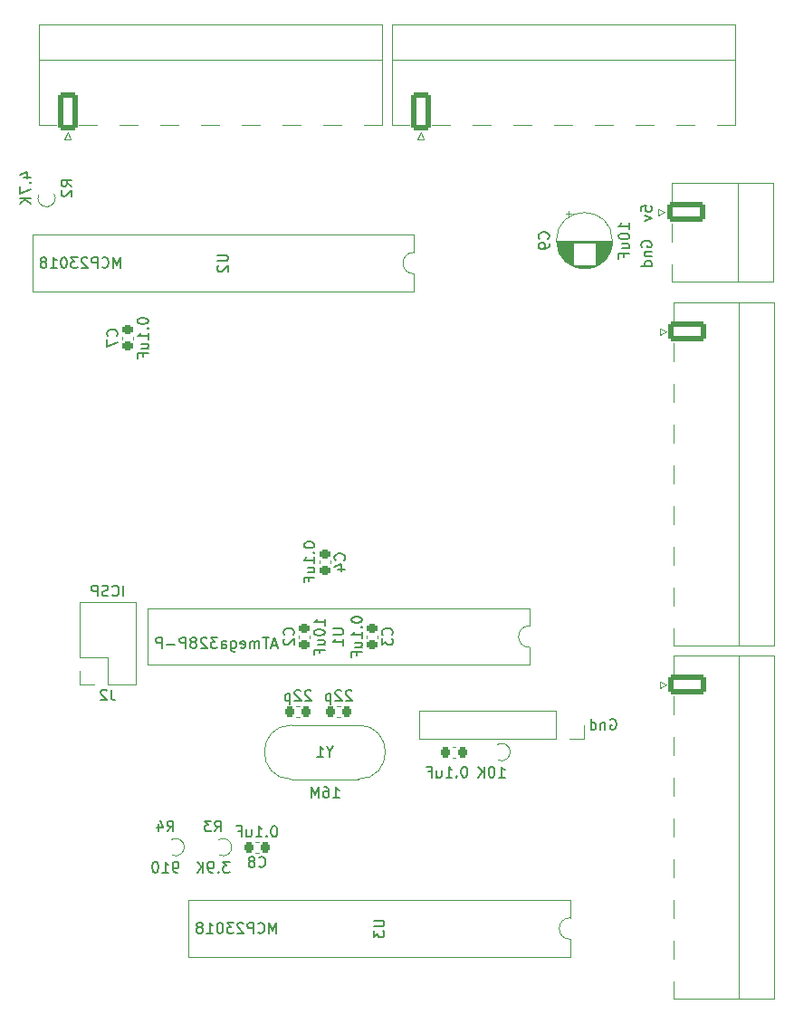
<source format=gbo>
G04 #@! TF.GenerationSoftware,KiCad,Pcbnew,(6.0.0)*
G04 #@! TF.CreationDate,2022-11-09T00:29:18-05:00*
G04 #@! TF.ProjectId,arcade tester controller input,61726361-6465-4207-9465-737465722063,rev?*
G04 #@! TF.SameCoordinates,Original*
G04 #@! TF.FileFunction,Legend,Bot*
G04 #@! TF.FilePolarity,Positive*
%FSLAX46Y46*%
G04 Gerber Fmt 4.6, Leading zero omitted, Abs format (unit mm)*
G04 Created by KiCad (PCBNEW (6.0.0)) date 2022-11-09 00:29:18*
%MOMM*%
%LPD*%
G01*
G04 APERTURE LIST*
G04 Aperture macros list*
%AMRoundRect*
0 Rectangle with rounded corners*
0 $1 Rounding radius*
0 $2 $3 $4 $5 $6 $7 $8 $9 X,Y pos of 4 corners*
0 Add a 4 corners polygon primitive as box body*
4,1,4,$2,$3,$4,$5,$6,$7,$8,$9,$2,$3,0*
0 Add four circle primitives for the rounded corners*
1,1,$1+$1,$2,$3*
1,1,$1+$1,$4,$5*
1,1,$1+$1,$6,$7*
1,1,$1+$1,$8,$9*
0 Add four rect primitives between the rounded corners*
20,1,$1+$1,$2,$3,$4,$5,0*
20,1,$1+$1,$4,$5,$6,$7,0*
20,1,$1+$1,$6,$7,$8,$9,0*
20,1,$1+$1,$8,$9,$2,$3,0*%
G04 Aperture macros list end*
%ADD10C,0.150000*%
%ADD11C,0.120000*%
%ADD12R,1.600000X1.600000*%
%ADD13C,1.600000*%
%ADD14R,1.700000X1.700000*%
%ADD15O,1.700000X1.700000*%
%ADD16RoundRect,0.250000X-0.650000X-1.550000X0.650000X-1.550000X0.650000X1.550000X-0.650000X1.550000X0*%
%ADD17O,1.800000X3.600000*%
%ADD18RoundRect,0.250000X-1.550000X0.650000X-1.550000X-0.650000X1.550000X-0.650000X1.550000X0.650000X0*%
%ADD19O,3.600000X1.800000*%
%ADD20RoundRect,0.225000X-0.225000X-0.250000X0.225000X-0.250000X0.225000X0.250000X-0.225000X0.250000X0*%
%ADD21O,1.600000X1.600000*%
%ADD22C,1.500000*%
%ADD23C,1.400000*%
%ADD24O,1.400000X1.400000*%
%ADD25RoundRect,0.225000X-0.250000X0.225000X-0.250000X-0.225000X0.250000X-0.225000X0.250000X0.225000X0*%
%ADD26RoundRect,0.225000X0.250000X-0.225000X0.250000X0.225000X-0.250000X0.225000X-0.250000X-0.225000X0*%
G04 APERTURE END LIST*
D10*
X174632857Y-119515000D02*
X174728095Y-119467380D01*
X174870952Y-119467380D01*
X175013809Y-119515000D01*
X175109047Y-119610238D01*
X175156666Y-119705476D01*
X175204285Y-119895952D01*
X175204285Y-120038809D01*
X175156666Y-120229285D01*
X175109047Y-120324523D01*
X175013809Y-120419761D01*
X174870952Y-120467380D01*
X174775714Y-120467380D01*
X174632857Y-120419761D01*
X174585238Y-120372142D01*
X174585238Y-120038809D01*
X174775714Y-120038809D01*
X174156666Y-119800714D02*
X174156666Y-120467380D01*
X174156666Y-119895952D02*
X174109047Y-119848333D01*
X174013809Y-119800714D01*
X173870952Y-119800714D01*
X173775714Y-119848333D01*
X173728095Y-119943571D01*
X173728095Y-120467380D01*
X172823333Y-120467380D02*
X172823333Y-119467380D01*
X172823333Y-120419761D02*
X172918571Y-120467380D01*
X173109047Y-120467380D01*
X173204285Y-120419761D01*
X173251904Y-120372142D01*
X173299523Y-120276904D01*
X173299523Y-119991190D01*
X173251904Y-119895952D01*
X173204285Y-119848333D01*
X173109047Y-119800714D01*
X172918571Y-119800714D01*
X172823333Y-119848333D01*
X177506380Y-71993142D02*
X177506380Y-71516952D01*
X177982571Y-71469333D01*
X177934952Y-71516952D01*
X177887333Y-71612190D01*
X177887333Y-71850285D01*
X177934952Y-71945523D01*
X177982571Y-71993142D01*
X178077809Y-72040761D01*
X178315904Y-72040761D01*
X178411142Y-71993142D01*
X178458761Y-71945523D01*
X178506380Y-71850285D01*
X178506380Y-71612190D01*
X178458761Y-71516952D01*
X178411142Y-71469333D01*
X177839714Y-72374095D02*
X178506380Y-72612190D01*
X177839714Y-72850285D01*
X177554000Y-75303142D02*
X177506380Y-75207904D01*
X177506380Y-75065047D01*
X177554000Y-74922190D01*
X177649238Y-74826952D01*
X177744476Y-74779333D01*
X177934952Y-74731714D01*
X178077809Y-74731714D01*
X178268285Y-74779333D01*
X178363523Y-74826952D01*
X178458761Y-74922190D01*
X178506380Y-75065047D01*
X178506380Y-75160285D01*
X178458761Y-75303142D01*
X178411142Y-75350761D01*
X178077809Y-75350761D01*
X178077809Y-75160285D01*
X177839714Y-75779333D02*
X178506380Y-75779333D01*
X177934952Y-75779333D02*
X177887333Y-75826952D01*
X177839714Y-75922190D01*
X177839714Y-76065047D01*
X177887333Y-76160285D01*
X177982571Y-76207904D01*
X178506380Y-76207904D01*
X178506380Y-77112666D02*
X177506380Y-77112666D01*
X178458761Y-77112666D02*
X178506380Y-77017428D01*
X178506380Y-76826952D01*
X178458761Y-76731714D01*
X178411142Y-76684095D01*
X178315904Y-76636476D01*
X178030190Y-76636476D01*
X177934952Y-76684095D01*
X177887333Y-76731714D01*
X177839714Y-76826952D01*
X177839714Y-77017428D01*
X177887333Y-77112666D01*
X168819142Y-74554221D02*
X168866761Y-74506602D01*
X168914380Y-74363745D01*
X168914380Y-74268507D01*
X168866761Y-74125649D01*
X168771523Y-74030411D01*
X168676285Y-73982792D01*
X168485809Y-73935173D01*
X168342952Y-73935173D01*
X168152476Y-73982792D01*
X168057238Y-74030411D01*
X167962000Y-74125649D01*
X167914380Y-74268507D01*
X167914380Y-74363745D01*
X167962000Y-74506602D01*
X168009619Y-74554221D01*
X168914380Y-75030411D02*
X168914380Y-75220888D01*
X168866761Y-75316126D01*
X168819142Y-75363745D01*
X168676285Y-75458983D01*
X168485809Y-75506602D01*
X168104857Y-75506602D01*
X168009619Y-75458983D01*
X167962000Y-75411364D01*
X167914380Y-75316126D01*
X167914380Y-75125649D01*
X167962000Y-75030411D01*
X168009619Y-74982792D01*
X168104857Y-74935173D01*
X168342952Y-74935173D01*
X168438190Y-74982792D01*
X168485809Y-75030411D01*
X168533428Y-75125649D01*
X168533428Y-75316126D01*
X168485809Y-75411364D01*
X168438190Y-75458983D01*
X168342952Y-75506602D01*
X176414380Y-73649459D02*
X176414380Y-73078030D01*
X176414380Y-73363745D02*
X175414380Y-73363745D01*
X175557238Y-73268507D01*
X175652476Y-73173268D01*
X175700095Y-73078030D01*
X175414380Y-74268507D02*
X175414380Y-74363745D01*
X175462000Y-74458983D01*
X175509619Y-74506602D01*
X175604857Y-74554221D01*
X175795333Y-74601840D01*
X176033428Y-74601840D01*
X176223904Y-74554221D01*
X176319142Y-74506602D01*
X176366761Y-74458983D01*
X176414380Y-74363745D01*
X176414380Y-74268507D01*
X176366761Y-74173268D01*
X176319142Y-74125649D01*
X176223904Y-74078030D01*
X176033428Y-74030411D01*
X175795333Y-74030411D01*
X175604857Y-74078030D01*
X175509619Y-74125649D01*
X175462000Y-74173268D01*
X175414380Y-74268507D01*
X175747714Y-75458983D02*
X176414380Y-75458983D01*
X175747714Y-75030411D02*
X176271523Y-75030411D01*
X176366761Y-75078030D01*
X176414380Y-75173268D01*
X176414380Y-75316126D01*
X176366761Y-75411364D01*
X176319142Y-75458983D01*
X175890571Y-76268507D02*
X175890571Y-75935173D01*
X176414380Y-75935173D02*
X175414380Y-75935173D01*
X175414380Y-76411364D01*
X146629285Y-116862619D02*
X146581666Y-116815000D01*
X146486428Y-116767380D01*
X146248333Y-116767380D01*
X146153095Y-116815000D01*
X146105476Y-116862619D01*
X146057857Y-116957857D01*
X146057857Y-117053095D01*
X146105476Y-117195952D01*
X146676904Y-117767380D01*
X146057857Y-117767380D01*
X145676904Y-116862619D02*
X145629285Y-116815000D01*
X145534047Y-116767380D01*
X145295952Y-116767380D01*
X145200714Y-116815000D01*
X145153095Y-116862619D01*
X145105476Y-116957857D01*
X145105476Y-117053095D01*
X145153095Y-117195952D01*
X145724523Y-117767380D01*
X145105476Y-117767380D01*
X144676904Y-117100714D02*
X144676904Y-118100714D01*
X144676904Y-117148333D02*
X144581666Y-117100714D01*
X144391190Y-117100714D01*
X144295952Y-117148333D01*
X144248333Y-117195952D01*
X144200714Y-117291190D01*
X144200714Y-117576904D01*
X144248333Y-117672142D01*
X144295952Y-117719761D01*
X144391190Y-117767380D01*
X144581666Y-117767380D01*
X144676904Y-117719761D01*
X152487380Y-138293095D02*
X153296904Y-138293095D01*
X153392142Y-138340714D01*
X153439761Y-138388333D01*
X153487380Y-138483571D01*
X153487380Y-138674047D01*
X153439761Y-138769285D01*
X153392142Y-138816904D01*
X153296904Y-138864523D01*
X152487380Y-138864523D01*
X152487380Y-139245476D02*
X152487380Y-139864523D01*
X152868333Y-139531190D01*
X152868333Y-139674047D01*
X152915952Y-139769285D01*
X152963571Y-139816904D01*
X153058809Y-139864523D01*
X153296904Y-139864523D01*
X153392142Y-139816904D01*
X153439761Y-139769285D01*
X153487380Y-139674047D01*
X153487380Y-139388333D01*
X153439761Y-139293095D01*
X153392142Y-139245476D01*
X143414285Y-139507380D02*
X143414285Y-138507380D01*
X143080952Y-139221666D01*
X142747619Y-138507380D01*
X142747619Y-139507380D01*
X141700000Y-139412142D02*
X141747619Y-139459761D01*
X141890476Y-139507380D01*
X141985714Y-139507380D01*
X142128571Y-139459761D01*
X142223809Y-139364523D01*
X142271428Y-139269285D01*
X142319047Y-139078809D01*
X142319047Y-138935952D01*
X142271428Y-138745476D01*
X142223809Y-138650238D01*
X142128571Y-138555000D01*
X141985714Y-138507380D01*
X141890476Y-138507380D01*
X141747619Y-138555000D01*
X141700000Y-138602619D01*
X141271428Y-139507380D02*
X141271428Y-138507380D01*
X140890476Y-138507380D01*
X140795238Y-138555000D01*
X140747619Y-138602619D01*
X140700000Y-138697857D01*
X140700000Y-138840714D01*
X140747619Y-138935952D01*
X140795238Y-138983571D01*
X140890476Y-139031190D01*
X141271428Y-139031190D01*
X140319047Y-138602619D02*
X140271428Y-138555000D01*
X140176190Y-138507380D01*
X139938095Y-138507380D01*
X139842857Y-138555000D01*
X139795238Y-138602619D01*
X139747619Y-138697857D01*
X139747619Y-138793095D01*
X139795238Y-138935952D01*
X140366666Y-139507380D01*
X139747619Y-139507380D01*
X139414285Y-138507380D02*
X138795238Y-138507380D01*
X139128571Y-138888333D01*
X138985714Y-138888333D01*
X138890476Y-138935952D01*
X138842857Y-138983571D01*
X138795238Y-139078809D01*
X138795238Y-139316904D01*
X138842857Y-139412142D01*
X138890476Y-139459761D01*
X138985714Y-139507380D01*
X139271428Y-139507380D01*
X139366666Y-139459761D01*
X139414285Y-139412142D01*
X138176190Y-138507380D02*
X138080952Y-138507380D01*
X137985714Y-138555000D01*
X137938095Y-138602619D01*
X137890476Y-138697857D01*
X137842857Y-138888333D01*
X137842857Y-139126428D01*
X137890476Y-139316904D01*
X137938095Y-139412142D01*
X137985714Y-139459761D01*
X138080952Y-139507380D01*
X138176190Y-139507380D01*
X138271428Y-139459761D01*
X138319047Y-139412142D01*
X138366666Y-139316904D01*
X138414285Y-139126428D01*
X138414285Y-138888333D01*
X138366666Y-138697857D01*
X138319047Y-138602619D01*
X138271428Y-138555000D01*
X138176190Y-138507380D01*
X136890476Y-139507380D02*
X137461904Y-139507380D01*
X137176190Y-139507380D02*
X137176190Y-138507380D01*
X137271428Y-138650238D01*
X137366666Y-138745476D01*
X137461904Y-138793095D01*
X136319047Y-138935952D02*
X136414285Y-138888333D01*
X136461904Y-138840714D01*
X136509523Y-138745476D01*
X136509523Y-138697857D01*
X136461904Y-138602619D01*
X136414285Y-138555000D01*
X136319047Y-138507380D01*
X136128571Y-138507380D01*
X136033333Y-138555000D01*
X135985714Y-138602619D01*
X135938095Y-138697857D01*
X135938095Y-138745476D01*
X135985714Y-138840714D01*
X136033333Y-138888333D01*
X136128571Y-138935952D01*
X136319047Y-138935952D01*
X136414285Y-138983571D01*
X136461904Y-139031190D01*
X136509523Y-139126428D01*
X136509523Y-139316904D01*
X136461904Y-139412142D01*
X136414285Y-139459761D01*
X136319047Y-139507380D01*
X136128571Y-139507380D01*
X136033333Y-139459761D01*
X135985714Y-139412142D01*
X135938095Y-139316904D01*
X135938095Y-139126428D01*
X135985714Y-139031190D01*
X136033333Y-138983571D01*
X136128571Y-138935952D01*
X148677380Y-110988095D02*
X149486904Y-110988095D01*
X149582142Y-111035714D01*
X149629761Y-111083333D01*
X149677380Y-111178571D01*
X149677380Y-111369047D01*
X149629761Y-111464285D01*
X149582142Y-111511904D01*
X149486904Y-111559523D01*
X148677380Y-111559523D01*
X149677380Y-112559523D02*
X149677380Y-111988095D01*
X149677380Y-112273809D02*
X148677380Y-112273809D01*
X148820238Y-112178571D01*
X148915476Y-112083333D01*
X148963095Y-111988095D01*
X143461666Y-112561666D02*
X142985476Y-112561666D01*
X143556904Y-112847380D02*
X143223571Y-111847380D01*
X142890238Y-112847380D01*
X142699761Y-111847380D02*
X142128333Y-111847380D01*
X142414047Y-112847380D02*
X142414047Y-111847380D01*
X141795000Y-112847380D02*
X141795000Y-112180714D01*
X141795000Y-112275952D02*
X141747380Y-112228333D01*
X141652142Y-112180714D01*
X141509285Y-112180714D01*
X141414047Y-112228333D01*
X141366428Y-112323571D01*
X141366428Y-112847380D01*
X141366428Y-112323571D02*
X141318809Y-112228333D01*
X141223571Y-112180714D01*
X141080714Y-112180714D01*
X140985476Y-112228333D01*
X140937857Y-112323571D01*
X140937857Y-112847380D01*
X140080714Y-112799761D02*
X140175952Y-112847380D01*
X140366428Y-112847380D01*
X140461666Y-112799761D01*
X140509285Y-112704523D01*
X140509285Y-112323571D01*
X140461666Y-112228333D01*
X140366428Y-112180714D01*
X140175952Y-112180714D01*
X140080714Y-112228333D01*
X140033095Y-112323571D01*
X140033095Y-112418809D01*
X140509285Y-112514047D01*
X139175952Y-112180714D02*
X139175952Y-112990238D01*
X139223571Y-113085476D01*
X139271190Y-113133095D01*
X139366428Y-113180714D01*
X139509285Y-113180714D01*
X139604523Y-113133095D01*
X139175952Y-112799761D02*
X139271190Y-112847380D01*
X139461666Y-112847380D01*
X139556904Y-112799761D01*
X139604523Y-112752142D01*
X139652142Y-112656904D01*
X139652142Y-112371190D01*
X139604523Y-112275952D01*
X139556904Y-112228333D01*
X139461666Y-112180714D01*
X139271190Y-112180714D01*
X139175952Y-112228333D01*
X138271190Y-112847380D02*
X138271190Y-112323571D01*
X138318809Y-112228333D01*
X138414047Y-112180714D01*
X138604523Y-112180714D01*
X138699761Y-112228333D01*
X138271190Y-112799761D02*
X138366428Y-112847380D01*
X138604523Y-112847380D01*
X138699761Y-112799761D01*
X138747380Y-112704523D01*
X138747380Y-112609285D01*
X138699761Y-112514047D01*
X138604523Y-112466428D01*
X138366428Y-112466428D01*
X138271190Y-112418809D01*
X137890238Y-111847380D02*
X137271190Y-111847380D01*
X137604523Y-112228333D01*
X137461666Y-112228333D01*
X137366428Y-112275952D01*
X137318809Y-112323571D01*
X137271190Y-112418809D01*
X137271190Y-112656904D01*
X137318809Y-112752142D01*
X137366428Y-112799761D01*
X137461666Y-112847380D01*
X137747380Y-112847380D01*
X137842619Y-112799761D01*
X137890238Y-112752142D01*
X136890238Y-111942619D02*
X136842619Y-111895000D01*
X136747380Y-111847380D01*
X136509285Y-111847380D01*
X136414047Y-111895000D01*
X136366428Y-111942619D01*
X136318809Y-112037857D01*
X136318809Y-112133095D01*
X136366428Y-112275952D01*
X136937857Y-112847380D01*
X136318809Y-112847380D01*
X135747380Y-112275952D02*
X135842619Y-112228333D01*
X135890238Y-112180714D01*
X135937857Y-112085476D01*
X135937857Y-112037857D01*
X135890238Y-111942619D01*
X135842619Y-111895000D01*
X135747380Y-111847380D01*
X135556904Y-111847380D01*
X135461666Y-111895000D01*
X135414047Y-111942619D01*
X135366428Y-112037857D01*
X135366428Y-112085476D01*
X135414047Y-112180714D01*
X135461666Y-112228333D01*
X135556904Y-112275952D01*
X135747380Y-112275952D01*
X135842619Y-112323571D01*
X135890238Y-112371190D01*
X135937857Y-112466428D01*
X135937857Y-112656904D01*
X135890238Y-112752142D01*
X135842619Y-112799761D01*
X135747380Y-112847380D01*
X135556904Y-112847380D01*
X135461666Y-112799761D01*
X135414047Y-112752142D01*
X135366428Y-112656904D01*
X135366428Y-112466428D01*
X135414047Y-112371190D01*
X135461666Y-112323571D01*
X135556904Y-112275952D01*
X134937857Y-112847380D02*
X134937857Y-111847380D01*
X134556904Y-111847380D01*
X134461666Y-111895000D01*
X134414047Y-111942619D01*
X134366428Y-112037857D01*
X134366428Y-112180714D01*
X134414047Y-112275952D01*
X134461666Y-112323571D01*
X134556904Y-112371190D01*
X134937857Y-112371190D01*
X133937857Y-112466428D02*
X133175952Y-112466428D01*
X132699761Y-112847380D02*
X132699761Y-111847380D01*
X132318809Y-111847380D01*
X132223571Y-111895000D01*
X132175952Y-111942619D01*
X132128333Y-112037857D01*
X132128333Y-112180714D01*
X132175952Y-112275952D01*
X132223571Y-112323571D01*
X132318809Y-112371190D01*
X132699761Y-112371190D01*
X148421190Y-122531190D02*
X148421190Y-123007380D01*
X148754523Y-122007380D02*
X148421190Y-122531190D01*
X148087857Y-122007380D01*
X147230714Y-123007380D02*
X147802142Y-123007380D01*
X147516428Y-123007380D02*
X147516428Y-122007380D01*
X147611666Y-122150238D01*
X147706904Y-122245476D01*
X147802142Y-122293095D01*
X148706904Y-126817380D02*
X149278333Y-126817380D01*
X148992619Y-126817380D02*
X148992619Y-125817380D01*
X149087857Y-125960238D01*
X149183095Y-126055476D01*
X149278333Y-126103095D01*
X147849761Y-125817380D02*
X148040238Y-125817380D01*
X148135476Y-125865000D01*
X148183095Y-125912619D01*
X148278333Y-126055476D01*
X148325952Y-126245952D01*
X148325952Y-126626904D01*
X148278333Y-126722142D01*
X148230714Y-126769761D01*
X148135476Y-126817380D01*
X147945000Y-126817380D01*
X147849761Y-126769761D01*
X147802142Y-126722142D01*
X147754523Y-126626904D01*
X147754523Y-126388809D01*
X147802142Y-126293571D01*
X147849761Y-126245952D01*
X147945000Y-126198333D01*
X148135476Y-126198333D01*
X148230714Y-126245952D01*
X148278333Y-126293571D01*
X148325952Y-126388809D01*
X147325952Y-126817380D02*
X147325952Y-125817380D01*
X146992619Y-126531666D01*
X146659285Y-125817380D01*
X146659285Y-126817380D01*
X137882380Y-76063095D02*
X138691904Y-76063095D01*
X138787142Y-76110714D01*
X138834761Y-76158333D01*
X138882380Y-76253571D01*
X138882380Y-76444047D01*
X138834761Y-76539285D01*
X138787142Y-76586904D01*
X138691904Y-76634523D01*
X137882380Y-76634523D01*
X137977619Y-77063095D02*
X137930000Y-77110714D01*
X137882380Y-77205952D01*
X137882380Y-77444047D01*
X137930000Y-77539285D01*
X137977619Y-77586904D01*
X138072857Y-77634523D01*
X138168095Y-77634523D01*
X138310952Y-77586904D01*
X138882380Y-77015476D01*
X138882380Y-77634523D01*
X128809285Y-77277380D02*
X128809285Y-76277380D01*
X128475952Y-76991666D01*
X128142619Y-76277380D01*
X128142619Y-77277380D01*
X127095000Y-77182142D02*
X127142619Y-77229761D01*
X127285476Y-77277380D01*
X127380714Y-77277380D01*
X127523571Y-77229761D01*
X127618809Y-77134523D01*
X127666428Y-77039285D01*
X127714047Y-76848809D01*
X127714047Y-76705952D01*
X127666428Y-76515476D01*
X127618809Y-76420238D01*
X127523571Y-76325000D01*
X127380714Y-76277380D01*
X127285476Y-76277380D01*
X127142619Y-76325000D01*
X127095000Y-76372619D01*
X126666428Y-77277380D02*
X126666428Y-76277380D01*
X126285476Y-76277380D01*
X126190238Y-76325000D01*
X126142619Y-76372619D01*
X126095000Y-76467857D01*
X126095000Y-76610714D01*
X126142619Y-76705952D01*
X126190238Y-76753571D01*
X126285476Y-76801190D01*
X126666428Y-76801190D01*
X125714047Y-76372619D02*
X125666428Y-76325000D01*
X125571190Y-76277380D01*
X125333095Y-76277380D01*
X125237857Y-76325000D01*
X125190238Y-76372619D01*
X125142619Y-76467857D01*
X125142619Y-76563095D01*
X125190238Y-76705952D01*
X125761666Y-77277380D01*
X125142619Y-77277380D01*
X124809285Y-76277380D02*
X124190238Y-76277380D01*
X124523571Y-76658333D01*
X124380714Y-76658333D01*
X124285476Y-76705952D01*
X124237857Y-76753571D01*
X124190238Y-76848809D01*
X124190238Y-77086904D01*
X124237857Y-77182142D01*
X124285476Y-77229761D01*
X124380714Y-77277380D01*
X124666428Y-77277380D01*
X124761666Y-77229761D01*
X124809285Y-77182142D01*
X123571190Y-76277380D02*
X123475952Y-76277380D01*
X123380714Y-76325000D01*
X123333095Y-76372619D01*
X123285476Y-76467857D01*
X123237857Y-76658333D01*
X123237857Y-76896428D01*
X123285476Y-77086904D01*
X123333095Y-77182142D01*
X123380714Y-77229761D01*
X123475952Y-77277380D01*
X123571190Y-77277380D01*
X123666428Y-77229761D01*
X123714047Y-77182142D01*
X123761666Y-77086904D01*
X123809285Y-76896428D01*
X123809285Y-76658333D01*
X123761666Y-76467857D01*
X123714047Y-76372619D01*
X123666428Y-76325000D01*
X123571190Y-76277380D01*
X122285476Y-77277380D02*
X122856904Y-77277380D01*
X122571190Y-77277380D02*
X122571190Y-76277380D01*
X122666428Y-76420238D01*
X122761666Y-76515476D01*
X122856904Y-76563095D01*
X121714047Y-76705952D02*
X121809285Y-76658333D01*
X121856904Y-76610714D01*
X121904523Y-76515476D01*
X121904523Y-76467857D01*
X121856904Y-76372619D01*
X121809285Y-76325000D01*
X121714047Y-76277380D01*
X121523571Y-76277380D01*
X121428333Y-76325000D01*
X121380714Y-76372619D01*
X121333095Y-76467857D01*
X121333095Y-76515476D01*
X121380714Y-76610714D01*
X121428333Y-76658333D01*
X121523571Y-76705952D01*
X121714047Y-76705952D01*
X121809285Y-76753571D01*
X121856904Y-76801190D01*
X121904523Y-76896428D01*
X121904523Y-77086904D01*
X121856904Y-77182142D01*
X121809285Y-77229761D01*
X121714047Y-77277380D01*
X121523571Y-77277380D01*
X121428333Y-77229761D01*
X121380714Y-77182142D01*
X121333095Y-77086904D01*
X121333095Y-76896428D01*
X121380714Y-76801190D01*
X121428333Y-76753571D01*
X121523571Y-76705952D01*
X164205476Y-124927380D02*
X164776904Y-124927380D01*
X164491190Y-124927380D02*
X164491190Y-123927380D01*
X164586428Y-124070238D01*
X164681666Y-124165476D01*
X164776904Y-124213095D01*
X163586428Y-123927380D02*
X163491190Y-123927380D01*
X163395952Y-123975000D01*
X163348333Y-124022619D01*
X163300714Y-124117857D01*
X163253095Y-124308333D01*
X163253095Y-124546428D01*
X163300714Y-124736904D01*
X163348333Y-124832142D01*
X163395952Y-124879761D01*
X163491190Y-124927380D01*
X163586428Y-124927380D01*
X163681666Y-124879761D01*
X163729285Y-124832142D01*
X163776904Y-124736904D01*
X163824523Y-124546428D01*
X163824523Y-124308333D01*
X163776904Y-124117857D01*
X163729285Y-124022619D01*
X163681666Y-123975000D01*
X163586428Y-123927380D01*
X162824523Y-124927380D02*
X162824523Y-123927380D01*
X162253095Y-124927380D02*
X162681666Y-124355952D01*
X162253095Y-123927380D02*
X162824523Y-124498809D01*
X128467142Y-83653333D02*
X128514761Y-83605714D01*
X128562380Y-83462857D01*
X128562380Y-83367619D01*
X128514761Y-83224761D01*
X128419523Y-83129523D01*
X128324285Y-83081904D01*
X128133809Y-83034285D01*
X127990952Y-83034285D01*
X127800476Y-83081904D01*
X127705238Y-83129523D01*
X127610000Y-83224761D01*
X127562380Y-83367619D01*
X127562380Y-83462857D01*
X127610000Y-83605714D01*
X127657619Y-83653333D01*
X127562380Y-83986666D02*
X127562380Y-84653333D01*
X128562380Y-84224761D01*
X130422380Y-82177142D02*
X130422380Y-82272380D01*
X130470000Y-82367619D01*
X130517619Y-82415238D01*
X130612857Y-82462857D01*
X130803333Y-82510476D01*
X131041428Y-82510476D01*
X131231904Y-82462857D01*
X131327142Y-82415238D01*
X131374761Y-82367619D01*
X131422380Y-82272380D01*
X131422380Y-82177142D01*
X131374761Y-82081904D01*
X131327142Y-82034285D01*
X131231904Y-81986666D01*
X131041428Y-81939047D01*
X130803333Y-81939047D01*
X130612857Y-81986666D01*
X130517619Y-82034285D01*
X130470000Y-82081904D01*
X130422380Y-82177142D01*
X131327142Y-82939047D02*
X131374761Y-82986666D01*
X131422380Y-82939047D01*
X131374761Y-82891428D01*
X131327142Y-82939047D01*
X131422380Y-82939047D01*
X131422380Y-83939047D02*
X131422380Y-83367619D01*
X131422380Y-83653333D02*
X130422380Y-83653333D01*
X130565238Y-83558095D01*
X130660476Y-83462857D01*
X130708095Y-83367619D01*
X130755714Y-84796190D02*
X131422380Y-84796190D01*
X130755714Y-84367619D02*
X131279523Y-84367619D01*
X131374761Y-84415238D01*
X131422380Y-84510476D01*
X131422380Y-84653333D01*
X131374761Y-84748571D01*
X131327142Y-84796190D01*
X130898571Y-85605714D02*
X130898571Y-85272380D01*
X131422380Y-85272380D02*
X130422380Y-85272380D01*
X130422380Y-85748571D01*
X149742142Y-104608333D02*
X149789761Y-104560714D01*
X149837380Y-104417857D01*
X149837380Y-104322619D01*
X149789761Y-104179761D01*
X149694523Y-104084523D01*
X149599285Y-104036904D01*
X149408809Y-103989285D01*
X149265952Y-103989285D01*
X149075476Y-104036904D01*
X148980238Y-104084523D01*
X148885000Y-104179761D01*
X148837380Y-104322619D01*
X148837380Y-104417857D01*
X148885000Y-104560714D01*
X148932619Y-104608333D01*
X149170714Y-105465476D02*
X149837380Y-105465476D01*
X148789761Y-105227380D02*
X149504047Y-104989285D01*
X149504047Y-105608333D01*
X145977380Y-103132142D02*
X145977380Y-103227380D01*
X146025000Y-103322619D01*
X146072619Y-103370238D01*
X146167857Y-103417857D01*
X146358333Y-103465476D01*
X146596428Y-103465476D01*
X146786904Y-103417857D01*
X146882142Y-103370238D01*
X146929761Y-103322619D01*
X146977380Y-103227380D01*
X146977380Y-103132142D01*
X146929761Y-103036904D01*
X146882142Y-102989285D01*
X146786904Y-102941666D01*
X146596428Y-102894047D01*
X146358333Y-102894047D01*
X146167857Y-102941666D01*
X146072619Y-102989285D01*
X146025000Y-103036904D01*
X145977380Y-103132142D01*
X146882142Y-103894047D02*
X146929761Y-103941666D01*
X146977380Y-103894047D01*
X146929761Y-103846428D01*
X146882142Y-103894047D01*
X146977380Y-103894047D01*
X146977380Y-104894047D02*
X146977380Y-104322619D01*
X146977380Y-104608333D02*
X145977380Y-104608333D01*
X146120238Y-104513095D01*
X146215476Y-104417857D01*
X146263095Y-104322619D01*
X146310714Y-105751190D02*
X146977380Y-105751190D01*
X146310714Y-105322619D02*
X146834523Y-105322619D01*
X146929761Y-105370238D01*
X146977380Y-105465476D01*
X146977380Y-105608333D01*
X146929761Y-105703571D01*
X146882142Y-105751190D01*
X146453571Y-106560714D02*
X146453571Y-106227380D01*
X146977380Y-106227380D02*
X145977380Y-106227380D01*
X145977380Y-106703571D01*
X141771666Y-133232142D02*
X141819285Y-133279761D01*
X141962142Y-133327380D01*
X142057380Y-133327380D01*
X142200238Y-133279761D01*
X142295476Y-133184523D01*
X142343095Y-133089285D01*
X142390714Y-132898809D01*
X142390714Y-132755952D01*
X142343095Y-132565476D01*
X142295476Y-132470238D01*
X142200238Y-132375000D01*
X142057380Y-132327380D01*
X141962142Y-132327380D01*
X141819285Y-132375000D01*
X141771666Y-132422619D01*
X141200238Y-132755952D02*
X141295476Y-132708333D01*
X141343095Y-132660714D01*
X141390714Y-132565476D01*
X141390714Y-132517857D01*
X141343095Y-132422619D01*
X141295476Y-132375000D01*
X141200238Y-132327380D01*
X141009761Y-132327380D01*
X140914523Y-132375000D01*
X140866904Y-132422619D01*
X140819285Y-132517857D01*
X140819285Y-132565476D01*
X140866904Y-132660714D01*
X140914523Y-132708333D01*
X141009761Y-132755952D01*
X141200238Y-132755952D01*
X141295476Y-132803571D01*
X141343095Y-132851190D01*
X141390714Y-132946428D01*
X141390714Y-133136904D01*
X141343095Y-133232142D01*
X141295476Y-133279761D01*
X141200238Y-133327380D01*
X141009761Y-133327380D01*
X140914523Y-133279761D01*
X140866904Y-133232142D01*
X140819285Y-133136904D01*
X140819285Y-132946428D01*
X140866904Y-132851190D01*
X140914523Y-132803571D01*
X141009761Y-132755952D01*
X143247857Y-129467380D02*
X143152619Y-129467380D01*
X143057380Y-129515000D01*
X143009761Y-129562619D01*
X142962142Y-129657857D01*
X142914523Y-129848333D01*
X142914523Y-130086428D01*
X142962142Y-130276904D01*
X143009761Y-130372142D01*
X143057380Y-130419761D01*
X143152619Y-130467380D01*
X143247857Y-130467380D01*
X143343095Y-130419761D01*
X143390714Y-130372142D01*
X143438333Y-130276904D01*
X143485952Y-130086428D01*
X143485952Y-129848333D01*
X143438333Y-129657857D01*
X143390714Y-129562619D01*
X143343095Y-129515000D01*
X143247857Y-129467380D01*
X142485952Y-130372142D02*
X142438333Y-130419761D01*
X142485952Y-130467380D01*
X142533571Y-130419761D01*
X142485952Y-130372142D01*
X142485952Y-130467380D01*
X141485952Y-130467380D02*
X142057380Y-130467380D01*
X141771666Y-130467380D02*
X141771666Y-129467380D01*
X141866904Y-129610238D01*
X141962142Y-129705476D01*
X142057380Y-129753095D01*
X140628809Y-129800714D02*
X140628809Y-130467380D01*
X141057380Y-129800714D02*
X141057380Y-130324523D01*
X141009761Y-130419761D01*
X140914523Y-130467380D01*
X140771666Y-130467380D01*
X140676428Y-130419761D01*
X140628809Y-130372142D01*
X139819285Y-129943571D02*
X140152619Y-129943571D01*
X140152619Y-130467380D02*
X140152619Y-129467380D01*
X139676428Y-129467380D01*
X127963333Y-116702380D02*
X127963333Y-117416666D01*
X128010952Y-117559523D01*
X128106190Y-117654761D01*
X128249047Y-117702380D01*
X128344285Y-117702380D01*
X127534761Y-116797619D02*
X127487142Y-116750000D01*
X127391904Y-116702380D01*
X127153809Y-116702380D01*
X127058571Y-116750000D01*
X127010952Y-116797619D01*
X126963333Y-116892857D01*
X126963333Y-116988095D01*
X127010952Y-117130952D01*
X127582380Y-117702380D01*
X126963333Y-117702380D01*
X129106190Y-107962380D02*
X129106190Y-106962380D01*
X128058571Y-107867142D02*
X128106190Y-107914761D01*
X128249047Y-107962380D01*
X128344285Y-107962380D01*
X128487142Y-107914761D01*
X128582380Y-107819523D01*
X128630000Y-107724285D01*
X128677619Y-107533809D01*
X128677619Y-107390952D01*
X128630000Y-107200476D01*
X128582380Y-107105238D01*
X128487142Y-107010000D01*
X128344285Y-106962380D01*
X128249047Y-106962380D01*
X128106190Y-107010000D01*
X128058571Y-107057619D01*
X127677619Y-107914761D02*
X127534761Y-107962380D01*
X127296666Y-107962380D01*
X127201428Y-107914761D01*
X127153809Y-107867142D01*
X127106190Y-107771904D01*
X127106190Y-107676666D01*
X127153809Y-107581428D01*
X127201428Y-107533809D01*
X127296666Y-107486190D01*
X127487142Y-107438571D01*
X127582380Y-107390952D01*
X127630000Y-107343333D01*
X127677619Y-107248095D01*
X127677619Y-107152857D01*
X127630000Y-107057619D01*
X127582380Y-107010000D01*
X127487142Y-106962380D01*
X127249047Y-106962380D01*
X127106190Y-107010000D01*
X126677619Y-107962380D02*
X126677619Y-106962380D01*
X126296666Y-106962380D01*
X126201428Y-107010000D01*
X126153809Y-107057619D01*
X126106190Y-107152857D01*
X126106190Y-107295714D01*
X126153809Y-107390952D01*
X126201428Y-107438571D01*
X126296666Y-107486190D01*
X126677619Y-107486190D01*
X137646666Y-129977380D02*
X137980000Y-129501190D01*
X138218095Y-129977380D02*
X138218095Y-128977380D01*
X137837142Y-128977380D01*
X137741904Y-129025000D01*
X137694285Y-129072619D01*
X137646666Y-129167857D01*
X137646666Y-129310714D01*
X137694285Y-129405952D01*
X137741904Y-129453571D01*
X137837142Y-129501190D01*
X138218095Y-129501190D01*
X137313333Y-128977380D02*
X136694285Y-128977380D01*
X137027619Y-129358333D01*
X136884761Y-129358333D01*
X136789523Y-129405952D01*
X136741904Y-129453571D01*
X136694285Y-129548809D01*
X136694285Y-129786904D01*
X136741904Y-129882142D01*
X136789523Y-129929761D01*
X136884761Y-129977380D01*
X137170476Y-129977380D01*
X137265714Y-129929761D01*
X137313333Y-129882142D01*
X139027619Y-132817380D02*
X138408571Y-132817380D01*
X138741904Y-133198333D01*
X138599047Y-133198333D01*
X138503809Y-133245952D01*
X138456190Y-133293571D01*
X138408571Y-133388809D01*
X138408571Y-133626904D01*
X138456190Y-133722142D01*
X138503809Y-133769761D01*
X138599047Y-133817380D01*
X138884761Y-133817380D01*
X138980000Y-133769761D01*
X139027619Y-133722142D01*
X137980000Y-133722142D02*
X137932380Y-133769761D01*
X137980000Y-133817380D01*
X138027619Y-133769761D01*
X137980000Y-133722142D01*
X137980000Y-133817380D01*
X137456190Y-133817380D02*
X137265714Y-133817380D01*
X137170476Y-133769761D01*
X137122857Y-133722142D01*
X137027619Y-133579285D01*
X136980000Y-133388809D01*
X136980000Y-133007857D01*
X137027619Y-132912619D01*
X137075238Y-132865000D01*
X137170476Y-132817380D01*
X137360952Y-132817380D01*
X137456190Y-132865000D01*
X137503809Y-132912619D01*
X137551428Y-133007857D01*
X137551428Y-133245952D01*
X137503809Y-133341190D01*
X137456190Y-133388809D01*
X137360952Y-133436428D01*
X137170476Y-133436428D01*
X137075238Y-133388809D01*
X137027619Y-133341190D01*
X136980000Y-133245952D01*
X136551428Y-133817380D02*
X136551428Y-132817380D01*
X135980000Y-133817380D02*
X136408571Y-133245952D01*
X135980000Y-132817380D02*
X136551428Y-133388809D01*
X154187142Y-111593333D02*
X154234761Y-111545714D01*
X154282380Y-111402857D01*
X154282380Y-111307619D01*
X154234761Y-111164761D01*
X154139523Y-111069523D01*
X154044285Y-111021904D01*
X153853809Y-110974285D01*
X153710952Y-110974285D01*
X153520476Y-111021904D01*
X153425238Y-111069523D01*
X153330000Y-111164761D01*
X153282380Y-111307619D01*
X153282380Y-111402857D01*
X153330000Y-111545714D01*
X153377619Y-111593333D01*
X153282380Y-111926666D02*
X153282380Y-112545714D01*
X153663333Y-112212380D01*
X153663333Y-112355238D01*
X153710952Y-112450476D01*
X153758571Y-112498095D01*
X153853809Y-112545714D01*
X154091904Y-112545714D01*
X154187142Y-112498095D01*
X154234761Y-112450476D01*
X154282380Y-112355238D01*
X154282380Y-112069523D01*
X154234761Y-111974285D01*
X154187142Y-111926666D01*
X150422380Y-110117142D02*
X150422380Y-110212380D01*
X150470000Y-110307619D01*
X150517619Y-110355238D01*
X150612857Y-110402857D01*
X150803333Y-110450476D01*
X151041428Y-110450476D01*
X151231904Y-110402857D01*
X151327142Y-110355238D01*
X151374761Y-110307619D01*
X151422380Y-110212380D01*
X151422380Y-110117142D01*
X151374761Y-110021904D01*
X151327142Y-109974285D01*
X151231904Y-109926666D01*
X151041428Y-109879047D01*
X150803333Y-109879047D01*
X150612857Y-109926666D01*
X150517619Y-109974285D01*
X150470000Y-110021904D01*
X150422380Y-110117142D01*
X151327142Y-110879047D02*
X151374761Y-110926666D01*
X151422380Y-110879047D01*
X151374761Y-110831428D01*
X151327142Y-110879047D01*
X151422380Y-110879047D01*
X151422380Y-111879047D02*
X151422380Y-111307619D01*
X151422380Y-111593333D02*
X150422380Y-111593333D01*
X150565238Y-111498095D01*
X150660476Y-111402857D01*
X150708095Y-111307619D01*
X150755714Y-112736190D02*
X151422380Y-112736190D01*
X150755714Y-112307619D02*
X151279523Y-112307619D01*
X151374761Y-112355238D01*
X151422380Y-112450476D01*
X151422380Y-112593333D01*
X151374761Y-112688571D01*
X151327142Y-112736190D01*
X150898571Y-113545714D02*
X150898571Y-113212380D01*
X151422380Y-113212380D02*
X150422380Y-113212380D01*
X150422380Y-113688571D01*
X150439285Y-116862619D02*
X150391666Y-116815000D01*
X150296428Y-116767380D01*
X150058333Y-116767380D01*
X149963095Y-116815000D01*
X149915476Y-116862619D01*
X149867857Y-116957857D01*
X149867857Y-117053095D01*
X149915476Y-117195952D01*
X150486904Y-117767380D01*
X149867857Y-117767380D01*
X149486904Y-116862619D02*
X149439285Y-116815000D01*
X149344047Y-116767380D01*
X149105952Y-116767380D01*
X149010714Y-116815000D01*
X148963095Y-116862619D01*
X148915476Y-116957857D01*
X148915476Y-117053095D01*
X148963095Y-117195952D01*
X149534523Y-117767380D01*
X148915476Y-117767380D01*
X148486904Y-117100714D02*
X148486904Y-118100714D01*
X148486904Y-117148333D02*
X148391666Y-117100714D01*
X148201190Y-117100714D01*
X148105952Y-117148333D01*
X148058333Y-117195952D01*
X148010714Y-117291190D01*
X148010714Y-117576904D01*
X148058333Y-117672142D01*
X148105952Y-117719761D01*
X148201190Y-117767380D01*
X148391666Y-117767380D01*
X148486904Y-117719761D01*
X133201666Y-129977380D02*
X133535000Y-129501190D01*
X133773095Y-129977380D02*
X133773095Y-128977380D01*
X133392142Y-128977380D01*
X133296904Y-129025000D01*
X133249285Y-129072619D01*
X133201666Y-129167857D01*
X133201666Y-129310714D01*
X133249285Y-129405952D01*
X133296904Y-129453571D01*
X133392142Y-129501190D01*
X133773095Y-129501190D01*
X132344523Y-129310714D02*
X132344523Y-129977380D01*
X132582619Y-128929761D02*
X132820714Y-129644047D01*
X132201666Y-129644047D01*
X134177857Y-133817380D02*
X133987380Y-133817380D01*
X133892142Y-133769761D01*
X133844523Y-133722142D01*
X133749285Y-133579285D01*
X133701666Y-133388809D01*
X133701666Y-133007857D01*
X133749285Y-132912619D01*
X133796904Y-132865000D01*
X133892142Y-132817380D01*
X134082619Y-132817380D01*
X134177857Y-132865000D01*
X134225476Y-132912619D01*
X134273095Y-133007857D01*
X134273095Y-133245952D01*
X134225476Y-133341190D01*
X134177857Y-133388809D01*
X134082619Y-133436428D01*
X133892142Y-133436428D01*
X133796904Y-133388809D01*
X133749285Y-133341190D01*
X133701666Y-133245952D01*
X132749285Y-133817380D02*
X133320714Y-133817380D01*
X133035000Y-133817380D02*
X133035000Y-132817380D01*
X133130238Y-132960238D01*
X133225476Y-133055476D01*
X133320714Y-133103095D01*
X132130238Y-132817380D02*
X132035000Y-132817380D01*
X131939761Y-132865000D01*
X131892142Y-132912619D01*
X131844523Y-133007857D01*
X131796904Y-133198333D01*
X131796904Y-133436428D01*
X131844523Y-133626904D01*
X131892142Y-133722142D01*
X131939761Y-133769761D01*
X132035000Y-133817380D01*
X132130238Y-133817380D01*
X132225476Y-133769761D01*
X132273095Y-133722142D01*
X132320714Y-133626904D01*
X132368333Y-133436428D01*
X132368333Y-133198333D01*
X132320714Y-133007857D01*
X132273095Y-132912619D01*
X132225476Y-132865000D01*
X132130238Y-132817380D01*
X161027857Y-123912380D02*
X160932619Y-123912380D01*
X160837380Y-123960000D01*
X160789761Y-124007619D01*
X160742142Y-124102857D01*
X160694523Y-124293333D01*
X160694523Y-124531428D01*
X160742142Y-124721904D01*
X160789761Y-124817142D01*
X160837380Y-124864761D01*
X160932619Y-124912380D01*
X161027857Y-124912380D01*
X161123095Y-124864761D01*
X161170714Y-124817142D01*
X161218333Y-124721904D01*
X161265952Y-124531428D01*
X161265952Y-124293333D01*
X161218333Y-124102857D01*
X161170714Y-124007619D01*
X161123095Y-123960000D01*
X161027857Y-123912380D01*
X160265952Y-124817142D02*
X160218333Y-124864761D01*
X160265952Y-124912380D01*
X160313571Y-124864761D01*
X160265952Y-124817142D01*
X160265952Y-124912380D01*
X159265952Y-124912380D02*
X159837380Y-124912380D01*
X159551666Y-124912380D02*
X159551666Y-123912380D01*
X159646904Y-124055238D01*
X159742142Y-124150476D01*
X159837380Y-124198095D01*
X158408809Y-124245714D02*
X158408809Y-124912380D01*
X158837380Y-124245714D02*
X158837380Y-124769523D01*
X158789761Y-124864761D01*
X158694523Y-124912380D01*
X158551666Y-124912380D01*
X158456428Y-124864761D01*
X158408809Y-124817142D01*
X157599285Y-124388571D02*
X157932619Y-124388571D01*
X157932619Y-124912380D02*
X157932619Y-123912380D01*
X157456428Y-123912380D01*
X144977142Y-111593333D02*
X145024761Y-111545714D01*
X145072380Y-111402857D01*
X145072380Y-111307619D01*
X145024761Y-111164761D01*
X144929523Y-111069523D01*
X144834285Y-111021904D01*
X144643809Y-110974285D01*
X144500952Y-110974285D01*
X144310476Y-111021904D01*
X144215238Y-111069523D01*
X144120000Y-111164761D01*
X144072380Y-111307619D01*
X144072380Y-111402857D01*
X144120000Y-111545714D01*
X144167619Y-111593333D01*
X144167619Y-111974285D02*
X144120000Y-112021904D01*
X144072380Y-112117142D01*
X144072380Y-112355238D01*
X144120000Y-112450476D01*
X144167619Y-112498095D01*
X144262857Y-112545714D01*
X144358095Y-112545714D01*
X144500952Y-112498095D01*
X145072380Y-111926666D01*
X145072380Y-112545714D01*
X147932380Y-110688571D02*
X147932380Y-110117142D01*
X147932380Y-110402857D02*
X146932380Y-110402857D01*
X147075238Y-110307619D01*
X147170476Y-110212380D01*
X147218095Y-110117142D01*
X146932380Y-111307619D02*
X146932380Y-111402857D01*
X146980000Y-111498095D01*
X147027619Y-111545714D01*
X147122857Y-111593333D01*
X147313333Y-111640952D01*
X147551428Y-111640952D01*
X147741904Y-111593333D01*
X147837142Y-111545714D01*
X147884761Y-111498095D01*
X147932380Y-111402857D01*
X147932380Y-111307619D01*
X147884761Y-111212380D01*
X147837142Y-111164761D01*
X147741904Y-111117142D01*
X147551428Y-111069523D01*
X147313333Y-111069523D01*
X147122857Y-111117142D01*
X147027619Y-111164761D01*
X146980000Y-111212380D01*
X146932380Y-111307619D01*
X147265714Y-112498095D02*
X147932380Y-112498095D01*
X147265714Y-112069523D02*
X147789523Y-112069523D01*
X147884761Y-112117142D01*
X147932380Y-112212380D01*
X147932380Y-112355238D01*
X147884761Y-112450476D01*
X147837142Y-112498095D01*
X147408571Y-113307619D02*
X147408571Y-112974285D01*
X147932380Y-112974285D02*
X146932380Y-112974285D01*
X146932380Y-113450476D01*
X124292380Y-69638333D02*
X123816190Y-69305000D01*
X124292380Y-69066904D02*
X123292380Y-69066904D01*
X123292380Y-69447857D01*
X123340000Y-69543095D01*
X123387619Y-69590714D01*
X123482857Y-69638333D01*
X123625714Y-69638333D01*
X123720952Y-69590714D01*
X123768571Y-69543095D01*
X123816190Y-69447857D01*
X123816190Y-69066904D01*
X123387619Y-70019285D02*
X123340000Y-70066904D01*
X123292380Y-70162142D01*
X123292380Y-70400238D01*
X123340000Y-70495476D01*
X123387619Y-70543095D01*
X123482857Y-70590714D01*
X123578095Y-70590714D01*
X123720952Y-70543095D01*
X124292380Y-69971666D01*
X124292380Y-70590714D01*
X119785714Y-68781190D02*
X120452380Y-68781190D01*
X119404761Y-68543095D02*
X120119047Y-68305000D01*
X120119047Y-68924047D01*
X120357142Y-69305000D02*
X120404761Y-69352619D01*
X120452380Y-69305000D01*
X120404761Y-69257380D01*
X120357142Y-69305000D01*
X120452380Y-69305000D01*
X119452380Y-69685952D02*
X119452380Y-70352619D01*
X120452380Y-69924047D01*
X120452380Y-70733571D02*
X119452380Y-70733571D01*
X120452380Y-71305000D02*
X119880952Y-70876428D01*
X119452380Y-71305000D02*
X120023809Y-70733571D01*
D11*
X174832000Y-74720888D02*
G75*
G03*
X174832000Y-74720888I-2620000J0D01*
G01*
X169632000Y-74720888D02*
X174792000Y-74720888D01*
X169632000Y-74760888D02*
X174792000Y-74760888D01*
X169633000Y-74800888D02*
X174791000Y-74800888D01*
X169634000Y-74840888D02*
X174790000Y-74840888D01*
X169636000Y-74880888D02*
X174788000Y-74880888D01*
X169639000Y-74920888D02*
X174785000Y-74920888D01*
X169643000Y-74960888D02*
X171172000Y-74960888D01*
X173252000Y-74960888D02*
X174781000Y-74960888D01*
X169647000Y-75000888D02*
X171172000Y-75000888D01*
X173252000Y-75000888D02*
X174777000Y-75000888D01*
X169651000Y-75040888D02*
X171172000Y-75040888D01*
X173252000Y-75040888D02*
X174773000Y-75040888D01*
X169656000Y-75080888D02*
X171172000Y-75080888D01*
X173252000Y-75080888D02*
X174768000Y-75080888D01*
X169662000Y-75120888D02*
X171172000Y-75120888D01*
X173252000Y-75120888D02*
X174762000Y-75120888D01*
X169669000Y-75160888D02*
X171172000Y-75160888D01*
X173252000Y-75160888D02*
X174755000Y-75160888D01*
X169676000Y-75200888D02*
X171172000Y-75200888D01*
X173252000Y-75200888D02*
X174748000Y-75200888D01*
X169684000Y-75240888D02*
X171172000Y-75240888D01*
X173252000Y-75240888D02*
X174740000Y-75240888D01*
X169692000Y-75280888D02*
X171172000Y-75280888D01*
X173252000Y-75280888D02*
X174732000Y-75280888D01*
X169701000Y-75320888D02*
X171172000Y-75320888D01*
X173252000Y-75320888D02*
X174723000Y-75320888D01*
X169711000Y-75360888D02*
X171172000Y-75360888D01*
X173252000Y-75360888D02*
X174713000Y-75360888D01*
X169721000Y-75400888D02*
X171172000Y-75400888D01*
X173252000Y-75400888D02*
X174703000Y-75400888D01*
X169732000Y-75441888D02*
X171172000Y-75441888D01*
X173252000Y-75441888D02*
X174692000Y-75441888D01*
X169744000Y-75481888D02*
X171172000Y-75481888D01*
X173252000Y-75481888D02*
X174680000Y-75481888D01*
X169757000Y-75521888D02*
X171172000Y-75521888D01*
X173252000Y-75521888D02*
X174667000Y-75521888D01*
X169770000Y-75561888D02*
X171172000Y-75561888D01*
X173252000Y-75561888D02*
X174654000Y-75561888D01*
X169784000Y-75601888D02*
X171172000Y-75601888D01*
X173252000Y-75601888D02*
X174640000Y-75601888D01*
X169798000Y-75641888D02*
X171172000Y-75641888D01*
X173252000Y-75641888D02*
X174626000Y-75641888D01*
X169814000Y-75681888D02*
X171172000Y-75681888D01*
X173252000Y-75681888D02*
X174610000Y-75681888D01*
X169830000Y-75721888D02*
X171172000Y-75721888D01*
X173252000Y-75721888D02*
X174594000Y-75721888D01*
X169847000Y-75761888D02*
X171172000Y-75761888D01*
X173252000Y-75761888D02*
X174577000Y-75761888D01*
X169864000Y-75801888D02*
X171172000Y-75801888D01*
X173252000Y-75801888D02*
X174560000Y-75801888D01*
X169883000Y-75841888D02*
X171172000Y-75841888D01*
X173252000Y-75841888D02*
X174541000Y-75841888D01*
X169902000Y-75881888D02*
X171172000Y-75881888D01*
X173252000Y-75881888D02*
X174522000Y-75881888D01*
X169922000Y-75921888D02*
X171172000Y-75921888D01*
X173252000Y-75921888D02*
X174502000Y-75921888D01*
X169944000Y-75961888D02*
X171172000Y-75961888D01*
X173252000Y-75961888D02*
X174480000Y-75961888D01*
X169965000Y-76001888D02*
X171172000Y-76001888D01*
X173252000Y-76001888D02*
X174459000Y-76001888D01*
X169988000Y-76041888D02*
X171172000Y-76041888D01*
X173252000Y-76041888D02*
X174436000Y-76041888D01*
X170012000Y-76081888D02*
X171172000Y-76081888D01*
X173252000Y-76081888D02*
X174412000Y-76081888D01*
X170037000Y-76121888D02*
X171172000Y-76121888D01*
X173252000Y-76121888D02*
X174387000Y-76121888D01*
X170063000Y-76161888D02*
X171172000Y-76161888D01*
X173252000Y-76161888D02*
X174361000Y-76161888D01*
X170090000Y-76201888D02*
X171172000Y-76201888D01*
X173252000Y-76201888D02*
X174334000Y-76201888D01*
X170117000Y-76241888D02*
X171172000Y-76241888D01*
X173252000Y-76241888D02*
X174307000Y-76241888D01*
X170147000Y-76281888D02*
X171172000Y-76281888D01*
X173252000Y-76281888D02*
X174277000Y-76281888D01*
X170177000Y-76321888D02*
X171172000Y-76321888D01*
X173252000Y-76321888D02*
X174247000Y-76321888D01*
X170208000Y-76361888D02*
X171172000Y-76361888D01*
X173252000Y-76361888D02*
X174216000Y-76361888D01*
X170241000Y-76401888D02*
X171172000Y-76401888D01*
X173252000Y-76401888D02*
X174183000Y-76401888D01*
X170275000Y-76441888D02*
X171172000Y-76441888D01*
X173252000Y-76441888D02*
X174149000Y-76441888D01*
X170311000Y-76481888D02*
X171172000Y-76481888D01*
X173252000Y-76481888D02*
X174113000Y-76481888D01*
X170348000Y-76521888D02*
X171172000Y-76521888D01*
X173252000Y-76521888D02*
X174076000Y-76521888D01*
X170386000Y-76561888D02*
X171172000Y-76561888D01*
X173252000Y-76561888D02*
X174038000Y-76561888D01*
X170427000Y-76601888D02*
X171172000Y-76601888D01*
X173252000Y-76601888D02*
X173997000Y-76601888D01*
X170469000Y-76641888D02*
X171172000Y-76641888D01*
X173252000Y-76641888D02*
X173955000Y-76641888D01*
X170513000Y-76681888D02*
X171172000Y-76681888D01*
X173252000Y-76681888D02*
X173911000Y-76681888D01*
X170559000Y-76721888D02*
X171172000Y-76721888D01*
X173252000Y-76721888D02*
X173865000Y-76721888D01*
X170607000Y-76761888D02*
X171172000Y-76761888D01*
X173252000Y-76761888D02*
X173817000Y-76761888D01*
X170658000Y-76801888D02*
X171172000Y-76801888D01*
X173252000Y-76801888D02*
X173766000Y-76801888D01*
X170712000Y-76841888D02*
X171172000Y-76841888D01*
X173252000Y-76841888D02*
X173712000Y-76841888D01*
X170769000Y-76881888D02*
X171172000Y-76881888D01*
X173252000Y-76881888D02*
X173655000Y-76881888D01*
X170829000Y-76921888D02*
X171172000Y-76921888D01*
X173252000Y-76921888D02*
X173595000Y-76921888D01*
X170893000Y-76961888D02*
X171172000Y-76961888D01*
X173252000Y-76961888D02*
X173531000Y-76961888D01*
X170961000Y-77001888D02*
X171172000Y-77001888D01*
X173252000Y-77001888D02*
X173463000Y-77001888D01*
X171034000Y-77041888D02*
X173390000Y-77041888D01*
X171114000Y-77081888D02*
X173310000Y-77081888D01*
X171201000Y-77121888D02*
X173223000Y-77121888D01*
X171297000Y-77161888D02*
X173127000Y-77161888D01*
X171407000Y-77201888D02*
X173017000Y-77201888D01*
X171535000Y-77241888D02*
X172889000Y-77241888D01*
X171694000Y-77281888D02*
X172730000Y-77281888D01*
X171928000Y-77321888D02*
X172496000Y-77321888D01*
X170737000Y-71916113D02*
X170737000Y-72416113D01*
X170487000Y-72166113D02*
X170987000Y-72166113D01*
X123880000Y-64622500D02*
X123580000Y-65222500D01*
X121170000Y-54512500D02*
X153260000Y-54512500D01*
X147790000Y-63932500D02*
X149500000Y-63932500D01*
X128740000Y-63932500D02*
X130450000Y-63932500D01*
X123580000Y-65222500D02*
X124180000Y-65222500D01*
X121170000Y-57822500D02*
X153260000Y-57822500D01*
X124930000Y-63932500D02*
X126640000Y-63932500D01*
X140170000Y-63932500D02*
X141880000Y-63932500D01*
X136360000Y-63932500D02*
X138070000Y-63932500D01*
X121170000Y-63932500D02*
X122830000Y-63932500D01*
X153260000Y-54512500D02*
X153260000Y-63932500D01*
X124180000Y-65222500D02*
X123880000Y-64622500D01*
X143980000Y-63932500D02*
X145690000Y-63932500D01*
X121170000Y-63932500D02*
X121170000Y-54512500D01*
X153260000Y-63932500D02*
X151600000Y-63932500D01*
X132550000Y-63932500D02*
X134260000Y-63932500D01*
X180810000Y-63932500D02*
X182520000Y-63932500D01*
X177000000Y-63932500D02*
X178710000Y-63932500D01*
X154190000Y-54512500D02*
X186280000Y-54512500D01*
X156900000Y-64622500D02*
X156600000Y-65222500D01*
X157200000Y-65222500D02*
X156900000Y-64622500D01*
X173190000Y-63932500D02*
X174900000Y-63932500D01*
X154190000Y-63932500D02*
X155850000Y-63932500D01*
X186280000Y-54512500D02*
X186280000Y-63932500D01*
X169380000Y-63932500D02*
X171090000Y-63932500D01*
X156600000Y-65222500D02*
X157200000Y-65222500D01*
X165570000Y-63932500D02*
X167280000Y-63932500D01*
X161760000Y-63932500D02*
X163470000Y-63932500D01*
X157950000Y-63932500D02*
X159660000Y-63932500D01*
X154190000Y-57822500D02*
X186280000Y-57822500D01*
X154190000Y-63932500D02*
X154190000Y-54512500D01*
X186280000Y-63932500D02*
X184620000Y-63932500D01*
X170815000Y-121345000D02*
X172145000Y-121345000D01*
X172145000Y-121345000D02*
X172145000Y-120015000D01*
X169545000Y-121345000D02*
X156785000Y-121345000D01*
X156785000Y-121345000D02*
X156785000Y-118685000D01*
X169545000Y-121345000D02*
X169545000Y-118685000D01*
X169545000Y-118685000D02*
X156785000Y-118685000D01*
X180542500Y-113550000D02*
X189962500Y-113550000D01*
X180542500Y-145640000D02*
X180542500Y-143980000D01*
X179252500Y-116560000D02*
X179852500Y-116260000D01*
X186652500Y-113550000D02*
X186652500Y-145640000D01*
X180542500Y-140170000D02*
X180542500Y-141880000D01*
X180542500Y-128740000D02*
X180542500Y-130450000D01*
X179852500Y-116260000D02*
X179252500Y-115960000D01*
X180542500Y-113550000D02*
X180542500Y-115210000D01*
X180542500Y-124930000D02*
X180542500Y-126640000D01*
X189962500Y-145640000D02*
X180542500Y-145640000D01*
X180542500Y-136360000D02*
X180542500Y-138070000D01*
X180542500Y-117310000D02*
X180542500Y-119020000D01*
X189962500Y-113550000D02*
X189962500Y-145640000D01*
X180542500Y-132550000D02*
X180542500Y-134260000D01*
X179252500Y-115960000D02*
X179252500Y-116560000D01*
X180542500Y-121120000D02*
X180542500Y-122830000D01*
X145274420Y-119255000D02*
X145555580Y-119255000D01*
X145274420Y-118235000D02*
X145555580Y-118235000D01*
X170865000Y-140055000D02*
X170865000Y-141705000D01*
X170865000Y-141705000D02*
X135185000Y-141705000D01*
X170865000Y-136405000D02*
X170865000Y-138055000D01*
X135185000Y-136405000D02*
X170865000Y-136405000D01*
X135185000Y-141705000D02*
X135185000Y-136405000D01*
X170865000Y-138055000D02*
G75*
G03*
X170865000Y-140055000I0J-1000000D01*
G01*
X131375000Y-114400000D02*
X131375000Y-109100000D01*
X167055000Y-114400000D02*
X131375000Y-114400000D01*
X167055000Y-109100000D02*
X167055000Y-110750000D01*
X167055000Y-112750000D02*
X167055000Y-114400000D01*
X131375000Y-109100000D02*
X167055000Y-109100000D01*
X167055000Y-110750000D02*
G75*
G03*
X167055000Y-112750000I0J-1000000D01*
G01*
X144820000Y-120030000D02*
X151070000Y-120030000D01*
X144820000Y-125080000D02*
X151070000Y-125080000D01*
X151070000Y-125080000D02*
G75*
G03*
X151070000Y-120030000I0J2525000D01*
G01*
X144820000Y-120030000D02*
G75*
G03*
X144820000Y-125080000I0J-2525000D01*
G01*
X156260000Y-79475000D02*
X120580000Y-79475000D01*
X120580000Y-74175000D02*
X156260000Y-74175000D01*
X120580000Y-79475000D02*
X120580000Y-74175000D01*
X156260000Y-74175000D02*
X156260000Y-75825000D01*
X156260000Y-77825000D02*
X156260000Y-79475000D01*
X156260000Y-75825000D02*
G75*
G03*
X156260000Y-77825000I0J-1000000D01*
G01*
X164144905Y-123304359D02*
G75*
G03*
X164047867Y-121855000I320095J749359D01*
G01*
X130050000Y-83679420D02*
X130050000Y-83960580D01*
X129030000Y-83679420D02*
X129030000Y-83960580D01*
X189962500Y-112620000D02*
X180542500Y-112620000D01*
X179252500Y-82940000D02*
X179252500Y-83540000D01*
X189962500Y-80530000D02*
X189962500Y-112620000D01*
X180542500Y-99530000D02*
X180542500Y-101240000D01*
X180542500Y-112620000D02*
X180542500Y-110960000D01*
X180542500Y-103340000D02*
X180542500Y-105050000D01*
X179852500Y-83240000D02*
X179252500Y-82940000D01*
X186652500Y-80530000D02*
X186652500Y-112620000D01*
X180542500Y-95720000D02*
X180542500Y-97430000D01*
X180542500Y-80530000D02*
X180542500Y-82190000D01*
X180542500Y-91910000D02*
X180542500Y-93620000D01*
X180542500Y-80530000D02*
X189962500Y-80530000D01*
X180542500Y-84290000D02*
X180542500Y-86000000D01*
X179252500Y-83540000D02*
X179852500Y-83240000D01*
X180542500Y-88100000D02*
X180542500Y-89810000D01*
X180542500Y-107150000D02*
X180542500Y-108860000D01*
X147445000Y-104915580D02*
X147445000Y-104634420D01*
X148465000Y-104915580D02*
X148465000Y-104634420D01*
X141464420Y-130935000D02*
X141745580Y-130935000D01*
X141464420Y-131955000D02*
X141745580Y-131955000D01*
X125030000Y-114920000D02*
X125030000Y-116250000D01*
X125030000Y-113650000D02*
X125030000Y-108510000D01*
X125030000Y-116250000D02*
X126360000Y-116250000D01*
X125030000Y-113650000D02*
X127630000Y-113650000D01*
X127630000Y-116250000D02*
X130230000Y-116250000D01*
X130230000Y-116250000D02*
X130230000Y-108510000D01*
X127630000Y-113650000D02*
X127630000Y-116250000D01*
X125030000Y-108510000D02*
X130230000Y-108510000D01*
X179725500Y-72064000D02*
X179125500Y-71764000D01*
X180415500Y-73114000D02*
X180415500Y-74824000D01*
X186525500Y-69354000D02*
X186525500Y-78584000D01*
X189835500Y-78584000D02*
X180415500Y-78584000D01*
X180415500Y-78584000D02*
X180415500Y-76924000D01*
X189835500Y-69354000D02*
X189835500Y-78584000D01*
X179125500Y-71764000D02*
X179125500Y-72364000D01*
X180415500Y-69354000D02*
X189835500Y-69354000D01*
X179125500Y-72364000D02*
X179725500Y-72064000D01*
X180415500Y-69354000D02*
X180415500Y-71014000D01*
X138109905Y-132194359D02*
G75*
G03*
X138012867Y-130745000I320095J749359D01*
G01*
X151890000Y-111900580D02*
X151890000Y-111619420D01*
X152910000Y-111900580D02*
X152910000Y-111619420D01*
X149084420Y-119255000D02*
X149365580Y-119255000D01*
X149084420Y-118235000D02*
X149365580Y-118235000D01*
X133664905Y-132194359D02*
G75*
G03*
X133567867Y-130745000I320095J749359D01*
G01*
X159879420Y-123065000D02*
X160160580Y-123065000D01*
X159879420Y-122045000D02*
X160160580Y-122045000D01*
X145540000Y-111619420D02*
X145540000Y-111900580D01*
X146560000Y-111619420D02*
X146560000Y-111900580D01*
X121170641Y-70434905D02*
G75*
G03*
X122620000Y-70337867I749359J-320095D01*
G01*
%LPC*%
D12*
X172212000Y-73470888D03*
D13*
X172212000Y-75970888D03*
D14*
X166660000Y-92710000D03*
D15*
X166660000Y-95250000D03*
X164120000Y-92710000D03*
X164120000Y-95250000D03*
X161580000Y-92710000D03*
X161580000Y-95250000D03*
X159040000Y-92710000D03*
X159040000Y-95250000D03*
X156500000Y-92710000D03*
X156500000Y-95250000D03*
D14*
X144780000Y-92710000D03*
D15*
X144780000Y-95250000D03*
X142240000Y-92710000D03*
X142240000Y-95250000D03*
X139700000Y-92710000D03*
X139700000Y-95250000D03*
X137160000Y-92710000D03*
X137160000Y-95250000D03*
X134620000Y-92710000D03*
X134620000Y-95250000D03*
D16*
X123880000Y-62622500D03*
D17*
X127690000Y-62622500D03*
X131500000Y-62622500D03*
X135310000Y-62622500D03*
X139120000Y-62622500D03*
X142930000Y-62622500D03*
X146740000Y-62622500D03*
X150550000Y-62622500D03*
D16*
X156900000Y-62622500D03*
D17*
X160710000Y-62622500D03*
X164520000Y-62622500D03*
X168330000Y-62622500D03*
X172140000Y-62622500D03*
X175950000Y-62622500D03*
X179760000Y-62622500D03*
X183570000Y-62622500D03*
D14*
X170815000Y-120015000D03*
D15*
X168275000Y-120015000D03*
X165735000Y-120015000D03*
X163195000Y-120015000D03*
X160655000Y-120015000D03*
X158115000Y-120015000D03*
D18*
X181852500Y-116260000D03*
D19*
X181852500Y-120070000D03*
X181852500Y-123880000D03*
X181852500Y-127690000D03*
X181852500Y-131500000D03*
X181852500Y-135310000D03*
X181852500Y-139120000D03*
X181852500Y-142930000D03*
D20*
X144640000Y-118745000D03*
X146190000Y-118745000D03*
D12*
X169535000Y-142865000D03*
D21*
X166995000Y-142865000D03*
X164455000Y-142865000D03*
X161915000Y-142865000D03*
X159375000Y-142865000D03*
X156835000Y-142865000D03*
X154295000Y-142865000D03*
X151755000Y-142865000D03*
X149215000Y-142865000D03*
X146675000Y-142865000D03*
X144135000Y-142865000D03*
X141595000Y-142865000D03*
X139055000Y-142865000D03*
X136515000Y-142865000D03*
X136515000Y-135245000D03*
X139055000Y-135245000D03*
X141595000Y-135245000D03*
X144135000Y-135245000D03*
X146675000Y-135245000D03*
X149215000Y-135245000D03*
X151755000Y-135245000D03*
X154295000Y-135245000D03*
X156835000Y-135245000D03*
X159375000Y-135245000D03*
X161915000Y-135245000D03*
X164455000Y-135245000D03*
X166995000Y-135245000D03*
X169535000Y-135245000D03*
D12*
X165725000Y-115560000D03*
D21*
X163185000Y-115560000D03*
X160645000Y-115560000D03*
X158105000Y-115560000D03*
X155565000Y-115560000D03*
X153025000Y-115560000D03*
X150485000Y-115560000D03*
X147945000Y-115560000D03*
X145405000Y-115560000D03*
X142865000Y-115560000D03*
X140325000Y-115560000D03*
X137785000Y-115560000D03*
X135245000Y-115560000D03*
X132705000Y-115560000D03*
X132705000Y-107940000D03*
X135245000Y-107940000D03*
X137785000Y-107940000D03*
X140325000Y-107940000D03*
X142865000Y-107940000D03*
X145405000Y-107940000D03*
X147945000Y-107940000D03*
X150485000Y-107940000D03*
X153025000Y-107940000D03*
X155565000Y-107940000D03*
X158105000Y-107940000D03*
X160645000Y-107940000D03*
X163185000Y-107940000D03*
X165725000Y-107940000D03*
D22*
X145505000Y-122555000D03*
X150385000Y-122555000D03*
D12*
X154930000Y-80635000D03*
D21*
X152390000Y-80635000D03*
X149850000Y-80635000D03*
X147310000Y-80635000D03*
X144770000Y-80635000D03*
X142230000Y-80635000D03*
X139690000Y-80635000D03*
X137150000Y-80635000D03*
X134610000Y-80635000D03*
X132070000Y-80635000D03*
X129530000Y-80635000D03*
X126990000Y-80635000D03*
X124450000Y-80635000D03*
X121910000Y-80635000D03*
X121910000Y-73015000D03*
X124450000Y-73015000D03*
X126990000Y-73015000D03*
X129530000Y-73015000D03*
X132070000Y-73015000D03*
X134610000Y-73015000D03*
X137150000Y-73015000D03*
X139690000Y-73015000D03*
X142230000Y-73015000D03*
X144770000Y-73015000D03*
X147310000Y-73015000D03*
X149850000Y-73015000D03*
X152390000Y-73015000D03*
X154930000Y-73015000D03*
D23*
X164465000Y-122555000D03*
D24*
X162565000Y-122555000D03*
D25*
X129540000Y-83045000D03*
X129540000Y-84595000D03*
D18*
X181852500Y-83240000D03*
D19*
X181852500Y-87050000D03*
X181852500Y-90860000D03*
X181852500Y-94670000D03*
X181852500Y-98480000D03*
X181852500Y-102290000D03*
X181852500Y-106100000D03*
X181852500Y-109910000D03*
D26*
X147955000Y-105550000D03*
X147955000Y-104000000D03*
D20*
X140830000Y-131445000D03*
X142380000Y-131445000D03*
D14*
X126360000Y-114920000D03*
D15*
X128900000Y-114920000D03*
X126360000Y-112380000D03*
X128900000Y-112380000D03*
X126360000Y-109840000D03*
X128900000Y-109840000D03*
D18*
X181725500Y-72064000D03*
D19*
X181725500Y-75874000D03*
D23*
X138430000Y-131445000D03*
D24*
X136530000Y-131445000D03*
D26*
X152400000Y-112535000D03*
X152400000Y-110985000D03*
D20*
X148450000Y-118745000D03*
X150000000Y-118745000D03*
D23*
X133985000Y-131445000D03*
D24*
X132085000Y-131445000D03*
D20*
X159245000Y-122555000D03*
X160795000Y-122555000D03*
D25*
X146050000Y-110985000D03*
X146050000Y-112535000D03*
D23*
X121920000Y-70755000D03*
D24*
X121920000Y-68855000D03*
M02*

</source>
